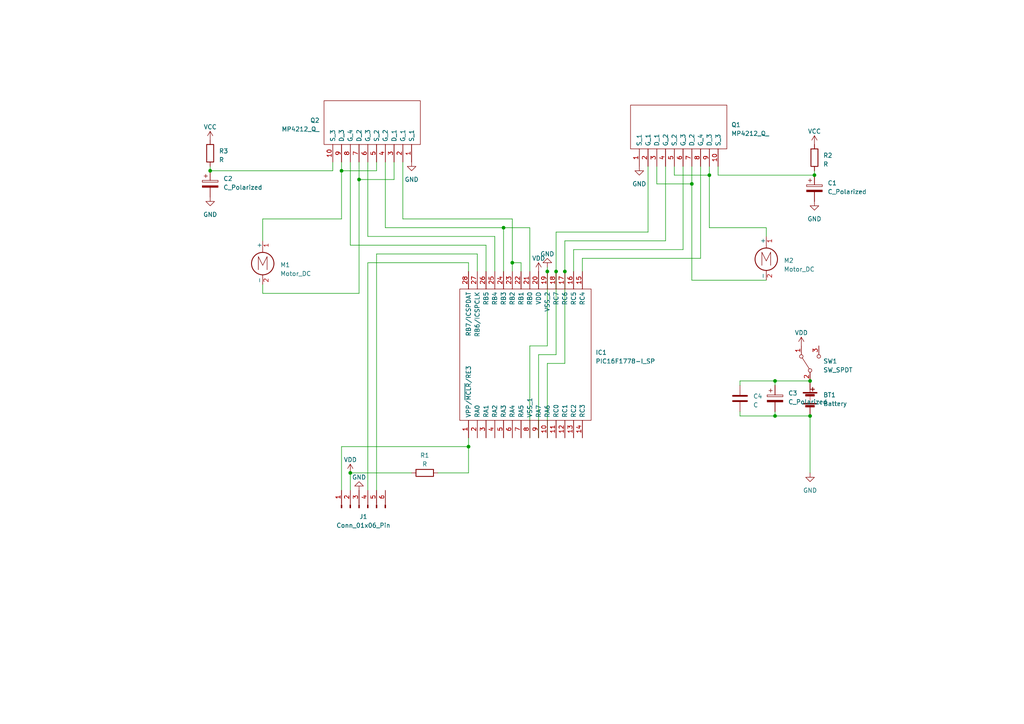
<source format=kicad_sch>
(kicad_sch (version 20230121) (generator eeschema)
  (paper "A4")
  (lib_symbols
    (symbol "Connector:Conn_01x06_Pin" (pin_names (offset 1.016) hide)
      (property "Reference" "J" (at 0 7.62 0))
      (property "Value" "Conn_01x06_Pin" (at 0 -10.16 0))
      (symbol "Conn_01x06_Pin_1_1"
        (polyline (pts (xy 1.27 -7.62) (xy 0.8636 -7.62)) (stroke (width 0.1524)))
        (polyline (pts (xy 1.27 -5.08) (xy 0.8636 -5.08)) (stroke (width 0.1524)))
        (polyline (pts (xy 1.27 -2.54) (xy 0.8636 -2.54)) (stroke (width 0.1524)))
        (polyline (pts (xy 1.27 0) (xy 0.8636 0)) (stroke (width 0.1524)))
        (polyline (pts (xy 1.27 2.54) (xy 0.8636 2.54)) (stroke (width 0.1524)))
        (polyline (pts (xy 1.27 5.08) (xy 0.8636 5.08)) (stroke (width 0.1524)))
        (rectangle (start 0.8636 -7.493) (end 0 -7.747) (stroke (width 0.1524)) (fill (type outline)))
        (rectangle (start 0.8636 -4.953) (end 0 -5.207) (stroke (width 0.1524)) (fill (type outline)))
        (rectangle (start 0.8636 -2.413) (end 0 -2.667) (stroke (width 0.1524)) (fill (type outline)))
        (rectangle (start 0.8636 0.127) (end 0 -0.127) (stroke (width 0.1524)) (fill (type outline)))
        (rectangle (start 0.8636 2.667) (end 0 2.413) (stroke (width 0.1524)) (fill (type outline)))
        (rectangle (start 0.8636 5.207) (end 0 4.953) (stroke (width 0.1524)) (fill (type outline)))
        (pin passive line (at 5.08 5.08 180) (length 3.81) (name "Pin_1") (number "1"))
        (pin passive line (at 5.08 2.54 180) (length 3.81) (name "Pin_2") (number "2"))
        (pin passive line (at 5.08 0 180) (length 3.81) (name "Pin_3") (number "3"))
        (pin passive line (at 5.08 -2.54 180) (length 3.81) (name "Pin_4") (number "4"))
        (pin passive line (at 5.08 -5.08 180) (length 3.81) (name "Pin_5") (number "5"))
        (pin passive line (at 5.08 -7.62 180) (length 3.81) (name "Pin_6") (number "6"))
      )
    )
    (symbol "Device:Battery" (pin_numbers hide) (pin_names (offset 0) hide)
      (property "Reference" "BT" (at 2.54 2.54 0))
      (property "Value" "Battery" (at 2.54 0 0))
      (symbol "Battery_0_1"
        (rectangle (start -2.032 -1.397) (end 2.032 -1.651) (fill (type outline)))
        (rectangle (start -2.032 1.778) (end 2.032 1.524) (fill (type outline)))
        (rectangle (start -1.3208 -1.9812) (end 1.27 -2.4892) (fill (type outline)))
        (rectangle (start -1.3208 1.1938) (end 1.27 0.6858) (fill (type outline)))
        (polyline (pts (xy 0 -1.524) (xy 0 -1.27)))
        (polyline (pts (xy 0 -1.016) (xy 0 -0.762)))
        (polyline (pts (xy 0 -0.508) (xy 0 -0.254)))
        (polyline (pts (xy 0 0) (xy 0 0.254)))
        (polyline (pts (xy 0 0.508) (xy 0 0.762)))
        (polyline (pts (xy 0 1.778) (xy 0 2.54)))
        (polyline (pts (xy 0.254 2.667) (xy 1.27 2.667)) (stroke (width 0.254)))
        (polyline (pts (xy 0.762 3.175) (xy 0.762 2.159)) (stroke (width 0.254)))
      )
      (symbol "Battery_1_1"
        (pin passive line (at 0 5.08 270) (length 2.54) (name "+") (number "1"))
        (pin passive line (at 0 -5.08 90) (length 2.54) (name "-") (number "2"))
      )
    )
    (symbol "Device:C" (pin_numbers hide) (pin_names (offset 0.254))
      (property "Reference" "C" (at 0.635 2.54 0))
      (property "Value" "C" (at 0.635 -2.54 0))
      (symbol "C_0_1"
        (polyline (pts (xy -2.032 -0.762) (xy 2.032 -0.762)) (stroke (width 0.508)))
        (polyline (pts (xy -2.032 0.762) (xy 2.032 0.762)) (stroke (width 0.508)))
      )
      (symbol "C_1_1"
        (pin passive line (at 0 3.81 270) (length 2.794) (name "~") (number "1"))
        (pin passive line (at 0 -3.81 90) (length 2.794) (name "~") (number "2"))
      )
    )
    (symbol "Device:C_Polarized" (pin_numbers hide) (pin_names (offset 0.254))
      (property "Reference" "C" (at 0.635 2.54 0))
      (property "Value" "C_Polarized" (at 0.635 -2.54 0))
      (symbol "C_Polarized_0_1"
        (rectangle (start -2.286 0.508) (end 2.286 1.016))
        (polyline (pts (xy -1.778 2.286) (xy -0.762 2.286)))
        (polyline (pts (xy -1.27 2.794) (xy -1.27 1.778)))
        (rectangle (start 2.286 -0.508) (end -2.286 -1.016) (fill (type outline)))
      )
      (symbol "C_Polarized_1_1"
        (pin passive line (at 0 3.81 270) (length 2.794) (name "~") (number "1"))
        (pin passive line (at 0 -3.81 90) (length 2.794) (name "~") (number "2"))
      )
    )
    (symbol "Device:R" (pin_numbers hide) (pin_names (offset 0))
      (property "Reference" "R" (at 2.032 0 90))
      (property "Value" "R" (at 0 0 90))
      (symbol "R_0_1"
        (rectangle (start -1.016 -2.54) (end 1.016 2.54) (stroke (width 0.254)))
      )
      (symbol "R_1_1"
        (pin passive line (at 0 3.81 270) (length 1.27) (name "~") (number "1"))
        (pin passive line (at 0 -3.81 90) (length 1.27) (name "~") (number "2"))
      )
    )
    (symbol "Motor:Motor_DC" (pin_names (offset 0))
      (property "Reference" "M" (at 2.54 2.54 0))
      (property "Value" "Motor_DC" (at 2.54 -5.08 0))
      (symbol "Motor_DC_0_0"
        (polyline (pts (xy -1.27 -3.302) (xy -1.27 0.508) (xy 0 -2.032) (xy 1.27 0.508) (xy 1.27 -3.302)))
      )
      (symbol "Motor_DC_0_1"
        (circle (center 0 -1.524) (radius 3.2512) (stroke (width 0.254)))
        (polyline (pts (xy 0 -7.62) (xy 0 -7.112)))
        (polyline (pts (xy 0 -4.7752) (xy 0 -5.1816)))
        (polyline (pts (xy 0 1.7272) (xy 0 2.0828)))
        (polyline (pts (xy 0 2.032) (xy 0 2.54)))
      )
      (symbol "Motor_DC_1_1"
        (pin passive line (at 0 5.08 270) (length 2.54) (name "+") (number "1"))
        (pin passive line (at 0 -7.62 90) (length 2.54) (name "-") (number "2"))
      )
    )
    (symbol "Samacsys:MP4212_Q_" (pin_names (offset 0.762))
      (property "Reference" "Q" (at 19.05 7.62 0))
      (property "Value" "MP4212_Q_" (at 19.05 5.08 0))
      (symbol "MP4212_Q__0_0"
        (pin passive line (at 0 0 0) (length 5.08) (name "S_1") (number "1"))
        (pin passive line (at 0 -22.86 0) (length 5.08) (name "S_3") (number "10"))
        (pin passive line (at 0 -2.54 0) (length 5.08) (name "G_1") (number "2"))
        (pin passive line (at 0 -5.08 0) (length 5.08) (name "D_1") (number "3"))
        (pin passive line (at 0 -7.62 0) (length 5.08) (name "G_2") (number "4"))
        (pin passive line (at 0 -10.16 0) (length 5.08) (name "S_2") (number "5"))
        (pin passive line (at 0 -12.7 0) (length 5.08) (name "G_3") (number "6"))
        (pin passive line (at 0 -15.24 0) (length 5.08) (name "D_2") (number "7"))
        (pin passive line (at 0 -17.78 0) (length 5.08) (name "G_4") (number "8"))
        (pin passive line (at 0 -20.32 0) (length 5.08) (name "D_3") (number "9"))
      )
      (symbol "MP4212_Q__0_1"
        (polyline (pts (xy 5.08 2.54) (xy 17.78 2.54) (xy 17.78 -25.4) (xy 5.08 -25.4) (xy 5.08 2.54)) (stroke (width 0.1524)))
      )
    )
    (symbol "Samacsys:PIC16F1778-I_SP" (pin_names (offset 0.762))
      (property "Reference" "IC" (at 44.45 7.62 0))
      (property "Value" "PIC16F1778-I_SP" (at 44.45 5.08 0))
      (symbol "PIC16F1778-I_SP_0_0"
        (pin passive line (at 0 0 0) (length 5.08) (name "VPP/~{MCLR}/RE3") (number "1"))
        (pin passive line (at 0 -22.86 0) (length 5.08) (name "RA6") (number "10"))
        (pin passive line (at 0 -25.4 0) (length 5.08) (name "RC0") (number "11"))
        (pin passive line (at 0 -27.94 0) (length 5.08) (name "RC1") (number "12"))
        (pin passive line (at 0 -30.48 0) (length 5.08) (name "RC2") (number "13"))
        (pin passive line (at 0 -33.02 0) (length 5.08) (name "RC3") (number "14"))
        (pin passive line (at 48.26 -33.02 180) (length 5.08) (name "RC4") (number "15"))
        (pin passive line (at 48.26 -30.48 180) (length 5.08) (name "RC5") (number "16"))
        (pin passive line (at 48.26 -27.94 180) (length 5.08) (name "RC6") (number "17"))
        (pin passive line (at 48.26 -25.4 180) (length 5.08) (name "RC7") (number "18"))
        (pin passive line (at 48.26 -22.86 180) (length 5.08) (name "VSS_2") (number "19"))
        (pin passive line (at 0 -2.54 0) (length 5.08) (name "RA0") (number "2"))
        (pin passive line (at 48.26 -20.32 180) (length 5.08) (name "VDD") (number "20"))
        (pin passive line (at 48.26 -17.78 180) (length 5.08) (name "RB0") (number "21"))
        (pin passive line (at 48.26 -15.24 180) (length 5.08) (name "RB1") (number "22"))
        (pin passive line (at 48.26 -12.7 180) (length 5.08) (name "RB2") (number "23"))
        (pin passive line (at 48.26 -10.16 180) (length 5.08) (name "RB3") (number "24"))
        (pin passive line (at 48.26 -7.62 180) (length 5.08) (name "RB4") (number "25"))
        (pin passive line (at 48.26 -5.08 180) (length 5.08) (name "RB5") (number "26"))
        (pin passive line (at 48.26 -2.54 180) (length 5.08) (name "RB6/ICSPCLK") (number "27"))
        (pin passive line (at 48.26 0 180) (length 5.08) (name "RB7/ICSPDAT") (number "28"))
        (pin passive line (at 0 -5.08 0) (length 5.08) (name "RA1") (number "3"))
        (pin passive line (at 0 -7.62 0) (length 5.08) (name "RA2") (number "4"))
        (pin passive line (at 0 -10.16 0) (length 5.08) (name "RA3") (number "5"))
        (pin passive line (at 0 -12.7 0) (length 5.08) (name "RA4") (number "6"))
        (pin passive line (at 0 -15.24 0) (length 5.08) (name "RA5") (number "7"))
        (pin passive line (at 0 -17.78 0) (length 5.08) (name "VSS_1") (number "8"))
        (pin passive line (at 0 -20.32 0) (length 5.08) (name "RA7") (number "9"))
      )
      (symbol "PIC16F1778-I_SP_0_1"
        (polyline (pts (xy 5.08 2.54) (xy 43.18 2.54) (xy 43.18 -35.56) (xy 5.08 -35.56) (xy 5.08 2.54)) (stroke (width 0.1524)))
      )
    )
    (symbol "Switch:SW_SPDT" (pin_names (offset 0) hide)
      (property "Reference" "SW" (at 0 4.318 0))
      (property "Value" "SW_SPDT" (at 0 -5.08 0))
      (symbol "SW_SPDT_0_0"
        (circle (center -2.032 0) (radius 0.508))
        (circle (center 2.032 -2.54) (radius 0.508))
      )
      (symbol "SW_SPDT_0_1"
        (polyline (pts (xy -1.524 0.254) (xy 1.651 2.286)))
        (circle (center 2.032 2.54) (radius 0.508))
      )
      (symbol "SW_SPDT_1_1"
        (pin passive line (at 5.08 2.54 180) (length 2.54) (name "A") (number "1"))
        (pin passive line (at -5.08 0 0) (length 2.54) (name "B") (number "2"))
        (pin passive line (at 5.08 -2.54 180) (length 2.54) (name "C") (number "3"))
      )
    )
    (symbol "power:GND" (power) (pin_names (offset 0))
      (property "Value" "GND" (at 0 -3.81 0))
      (symbol "GND_0_1"
        (polyline (pts (xy 0 0) (xy 0 -1.27) (xy 1.27 -1.27) (xy 0 -2.54) (xy -1.27 -1.27) (xy 0 -1.27)))
      )
      (symbol "GND_1_1"
        (pin power_in line (at 0 0 270) (length 0) hide (name "GND") (number "1"))
      )
    )
    (symbol "power:VCC" (power) (pin_names (offset 0))
      (property "Value" "VCC" (at 0 3.81 0))
      (symbol "VCC_0_1"
        (polyline (pts (xy -0.762 1.27) (xy 0 2.54)))
        (polyline (pts (xy 0 0) (xy 0 2.54)))
        (polyline (pts (xy 0 2.54) (xy 0.762 1.27)))
      )
      (symbol "VCC_1_1"
        (pin power_in line (at 0 0 90) (length 0) hide (name "VCC") (number "1"))
      )
    )
    (symbol "power:VDD" (power) (pin_names (offset 0))
      (property "Value" "VDD" (at 0 3.81 0))
      (symbol "VDD_0_1"
        (polyline (pts (xy -0.762 1.27) (xy 0 2.54)))
        (polyline (pts (xy 0 0) (xy 0 2.54)))
        (polyline (pts (xy 0 2.54) (xy 0.762 1.27)))
      )
      (symbol "VDD_1_1"
        (pin power_in line (at 0 0 90) (length 0) hide (name "VDD") (number "1"))
      )
    )
  )
  (junction (at 146.05 66.04))
  (junction (at 101.6 137.16))
  (junction (at 99.06 49.53))
  (junction (at 200.66 53.34))
  (junction (at 205.74 50.8))
  (junction (at 236.22 50.8))
  (junction (at 135.89 129.54))
  (junction (at 234.95 120.65))
  (junction (at 224.79 120.65))
  (junction (at 163.83 78.74))
  (junction (at 158.75 78.74))
  (junction (at 148.59 76.2))
  (junction (at 161.29 78.74))
  (junction (at 60.96 49.53))
  (junction (at 104.14 52.07))
  (junction (at 224.79 110.49))
  (junction (at 234.95 110.49))
  (wire (pts (xy 163.83 69.85) (xy 193.04 69.85)))
  (wire (pts (xy 116.84 63.5) (xy 148.59 63.5)))
  (wire (pts (xy 168.91 74.93) (xy 168.91 78.74)))
  (wire (pts (xy 148.59 76.2) (xy 148.59 78.74)))
  (wire (pts (xy 187.96 67.31) (xy 161.29 67.31)))
  (wire (pts (xy 163.83 78.74) (xy 163.83 105.41)))
  (wire (pts (xy 135.89 76.2) (xy 106.68 76.2)))
  (wire (pts (xy 99.06 129.54) (xy 99.06 142.24)))
  (wire (pts (xy 135.89 137.16) (xy 135.89 129.54)))
  (wire (pts (xy 104.14 85.09) (xy 76.2 85.09)))
  (wire (pts (xy 208.28 50.8) (xy 208.28 48.26)))
  (wire (pts (xy 99.06 49.53) (xy 99.06 46.99)))
  (wire (pts (xy 156.21 102.87) (xy 156.21 127)))
  (wire (pts (xy 222.25 66.04) (xy 205.74 66.04)))
  (wire (pts (xy 109.22 73.66) (xy 138.43 73.66)))
  (wire (pts (xy 161.29 102.87) (xy 156.21 102.87)))
  (wire (pts (xy 224.79 120.65) (xy 234.95 120.65)))
  (wire (pts (xy 224.79 110.49) (xy 224.79 111.76)))
  (wire (pts (xy 148.59 76.2) (xy 148.59 63.5)))
  (wire (pts (xy 153.67 66.04) (xy 153.67 78.74)))
  (wire (pts (xy 205.74 50.8) (xy 205.74 48.26)))
  (wire (pts (xy 96.52 49.53) (xy 96.52 46.99)))
  (wire (pts (xy 214.63 120.65) (xy 224.79 120.65)))
  (wire (pts (xy 198.12 48.26) (xy 198.12 72.39)))
  (wire (pts (xy 214.63 110.49) (xy 214.63 111.76)))
  (wire (pts (xy 166.37 72.39) (xy 166.37 78.74)))
  (wire (pts (xy 236.22 50.8) (xy 208.28 50.8)))
  (wire (pts (xy 187.96 48.26) (xy 187.96 67.31)))
  (wire (pts (xy 143.51 68.58) (xy 143.51 78.74)))
  (wire (pts (xy 161.29 78.74) (xy 161.29 102.87)))
  (wire (pts (xy 203.2 48.26) (xy 203.2 74.93)))
  (wire (pts (xy 205.74 66.04) (xy 205.74 50.8)))
  (wire (pts (xy 60.96 48.26) (xy 60.96 49.53)))
  (wire (pts (xy 153.67 100.33) (xy 153.67 127)))
  (wire (pts (xy 158.75 127) (xy 158.75 105.41)))
  (wire (pts (xy 200.66 53.34) (xy 200.66 81.28)))
  (wire (pts (xy 200.66 81.28) (xy 222.25 81.28)))
  (wire (pts (xy 198.12 72.39) (xy 166.37 72.39)))
  (wire (pts (xy 109.22 46.99) (xy 109.22 49.53)))
  (wire (pts (xy 104.14 52.07) (xy 104.14 85.09)))
  (wire (pts (xy 114.3 52.07) (xy 104.14 52.07)))
  (wire (pts (xy 153.67 100.33) (xy 158.75 100.33)))
  (wire (pts (xy 135.89 127) (xy 135.89 129.54)))
  (wire (pts (xy 195.58 50.8) (xy 205.74 50.8)))
  (wire (pts (xy 99.06 63.5) (xy 99.06 49.53)))
  (wire (pts (xy 106.68 68.58) (xy 143.51 68.58)))
  (wire (pts (xy 190.5 53.34) (xy 200.66 53.34)))
  (wire (pts (xy 76.2 69.85) (xy 76.2 63.5)))
  (wire (pts (xy 190.5 48.26) (xy 190.5 53.34)))
  (wire (pts (xy 109.22 49.53) (xy 99.06 49.53)))
  (wire (pts (xy 234.95 137.16) (xy 234.95 120.65)))
  (wire (pts (xy 153.67 66.04) (xy 146.05 66.04)))
  (wire (pts (xy 60.96 49.53) (xy 96.52 49.53)))
  (wire (pts (xy 200.66 48.26) (xy 200.66 53.34)))
  (wire (pts (xy 76.2 63.5) (xy 99.06 63.5)))
  (wire (pts (xy 146.05 66.04) (xy 146.05 78.74)))
  (wire (pts (xy 195.58 48.26) (xy 195.58 50.8)))
  (wire (pts (xy 111.76 66.04) (xy 111.76 46.99)))
  (wire (pts (xy 224.79 110.49) (xy 234.95 110.49)))
  (wire (pts (xy 158.75 100.33) (xy 158.75 78.74)))
  (wire (pts (xy 140.97 78.74) (xy 140.97 71.12)))
  (wire (pts (xy 158.75 105.41) (xy 163.83 105.41)))
  (wire (pts (xy 135.89 76.2) (xy 135.89 78.74)))
  (wire (pts (xy 106.68 46.99) (xy 106.68 68.58)))
  (wire (pts (xy 101.6 137.16) (xy 101.6 142.24)))
  (wire (pts (xy 148.59 76.2) (xy 151.13 76.2)))
  (wire (pts (xy 106.68 76.2) (xy 106.68 142.24)))
  (wire (pts (xy 135.89 129.54) (xy 99.06 129.54)))
  (wire (pts (xy 214.63 119.38) (xy 214.63 120.65)))
  (wire (pts (xy 138.43 73.66) (xy 138.43 78.74)))
  (wire (pts (xy 119.38 137.16) (xy 101.6 137.16)))
  (wire (pts (xy 111.76 66.04) (xy 146.05 66.04)))
  (wire (pts (xy 116.84 46.99) (xy 116.84 63.5)))
  (wire (pts (xy 163.83 69.85) (xy 163.83 78.74)))
  (wire (pts (xy 109.22 73.66) (xy 109.22 142.24)))
  (wire (pts (xy 203.2 74.93) (xy 168.91 74.93)))
  (wire (pts (xy 101.6 71.12) (xy 140.97 71.12)))
  (wire (pts (xy 222.25 68.58) (xy 222.25 66.04)))
  (wire (pts (xy 114.3 46.99) (xy 114.3 52.07)))
  (wire (pts (xy 104.14 46.99) (xy 104.14 52.07)))
  (wire (pts (xy 158.75 77.47) (xy 158.75 78.74)))
  (wire (pts (xy 161.29 67.31) (xy 161.29 78.74)))
  (wire (pts (xy 224.79 119.38) (xy 224.79 120.65)))
  (wire (pts (xy 127 137.16) (xy 135.89 137.16)))
  (wire (pts (xy 214.63 110.49) (xy 224.79 110.49)))
  (wire (pts (xy 193.04 69.85) (xy 193.04 48.26)))
  (wire (pts (xy 236.22 49.53) (xy 236.22 50.8)))
  (wire (pts (xy 151.13 76.2) (xy 151.13 78.74)))
  (wire (pts (xy 76.2 85.09) (xy 76.2 82.55)))
  (wire (pts (xy 101.6 71.12) (xy 101.6 46.99)))
  (symbol (lib_id "power:GND") (at 236.22 58.42 0) (unit 1)
    (property "Reference" "#PWR08" (effects hide))
    (property "Value" "GND" (at 236.22 63.5 0))
  )
  (symbol (lib_id "Device:R") (at 236.22 45.72 0) (unit 1)
    (property "Reference" "R2" (at 238.76 45.085 0) (effects (justify left)))
    (property "Value" "R" (at 238.76 47.625 0) (effects (justify left)))
  )
  (symbol (lib_id "Samacsys:MP4212_Q_") (at 185.42 48.26 90) (unit 1)
    (property "Reference" "Q1" (at 212.09 36.195 90) (effects (justify right)))
    (property "Value" "MP4212_Q_" (at 212.09 38.735 90) (effects (justify right)))
    (property "Footprint" "Samacsys:MP4212Q" (effects hide))
    (property "Datasheet" "https://toshiba-semicon-storage.com/info/docget.jsp?did=15989&prodName=MP4212" (effects hide))
    (property "Description" "Quad N/P-Channel MOSFET Module, 5 A, 60 V, 10-Pin SIP" (effects hide))
    (property "Height" "9.2" (effects hide))
    (property "Manufacturer_Name" "Toshiba" (effects hide))
    (property "Manufacturer_Part_Number" "MP4212(Q)" (effects hide))
    (property "Mouser Part Number" "N/A" (effects hide))
    (property "Mouser Price/Stock" "https://www.mouser.com/Search/Refine.aspx?Keyword=N%2FA" (effects hide))
  )
  (symbol (lib_id "Motor:Motor_DC") (at 76.2 74.93 0) (unit 1)
    (property "Reference" "M1" (at 81.28 76.835 0) (effects (justify left)))
    (property "Value" "Motor_DC" (at 81.28 79.375 0) (effects (justify left)))
  )
  (symbol (lib_id "power:GND") (at 185.42 48.26 0) (unit 1)
    (property "Reference" "#PWR012" (effects hide))
    (property "Value" "GND" (at 185.42 53.34 0))
  )
  (symbol (lib_id "Device:C_Polarized") (at 236.22 54.61 0) (unit 1)
    (property "Reference" "C1" (at 240.03 53.086 0) (effects (justify left)))
    (property "Value" "C_Polarized" (at 240.03 55.626 0) (effects (justify left)))
  )
  (symbol (lib_id "power:GND") (at 234.95 137.16 0) (unit 1)
    (property "Reference" "#PWR07" (effects hide))
    (property "Value" "GND" (at 234.95 142.24 0))
  )
  (symbol (lib_id "Device:C") (at 214.63 115.57 0) (unit 1)
    (property "Reference" "C4" (at 218.44 114.935 0) (effects (justify left)))
    (property "Value" "C" (at 218.44 117.475 0) (effects (justify left)))
  )
  (symbol (lib_id "Device:C_Polarized") (at 60.96 53.34 0) (unit 1)
    (property "Reference" "C2" (at 64.77 51.816 0) (effects (justify left)))
    (property "Value" "C_Polarized" (at 64.77 54.356 0) (effects (justify left)))
  )
  (symbol (lib_id "power:VDD") (at 101.6 137.16 0) (unit 1)
    (property "Reference" "#PWR05" (effects hide))
    (property "Value" "VDD" (at 101.6 133.35 0))
  )
  (symbol (lib_id "Device:R") (at 123.19 137.16 90) (unit 1)
    (property "Reference" "R1" (at 123.19 132.08 90))
    (property "Value" "R" (at 123.19 134.62 90))
  )
  (symbol (lib_id "power:GND") (at 60.96 57.15 0) (unit 1)
    (property "Reference" "#PWR010" (effects hide))
    (property "Value" "GND" (at 60.96 62.23 0))
  )
  (symbol (lib_id "power:VCC") (at 60.96 40.64 0) (unit 1)
    (property "Reference" "#PWR09" (effects hide))
    (property "Value" "VCC" (at 60.96 36.83 0))
  )
  (symbol (lib_id "Device:R") (at 60.96 44.45 0) (unit 1)
    (property "Reference" "R3" (at 63.5 43.815 0) (effects (justify left)))
    (property "Value" "R" (at 63.5 46.355 0) (effects (justify left)))
  )
  (symbol (lib_id "Samacsys:PIC16F1778-I_SP") (at 135.89 127 90) (unit 1)
    (property "Reference" "IC1" (at 172.72 102.235 90) (effects (justify right)))
    (property "Value" "PIC16F1778-I_SP" (at 172.72 104.775 90) (effects (justify right)))
    (property "Footprint" "Samacsys:DIP794W56P254L3486H508Q28N" (effects hide))
    (property "Datasheet" "http://ww1.microchip.com/downloads/en/DeviceDoc/40001819B.pdf" (effects hide))
    (property "Description" "Microchip PIC16F1778-I/SP, 8bit PIC Microcontroller, 32MHz, 28 kB Flash, 28-Pin SPDIP" (effects hide))
    (property "Height" "5.08" (effects hide))
    (property "Manufacturer_Name" "Microchip" (effects hide))
    (property "Manufacturer_Part_Number" "PIC16F1778-I/SP" (effects hide))
    (property "Mouser Part Number" "579-PIC16F1778-I/SP" (effects hide))
    (property "Mouser Price/Stock" "https://www.mouser.co.uk/ProductDetail/Microchip-Technology/PIC16F1778-I-SP?qs=BA62vJVifGpNhiE%2FG8an3w%3D%3D" (effects hide))
    (property "Arrow Part Number" "PIC16F1778-I/SP" (effects hide))
    (property "Arrow Price/Stock" "https://www.arrow.com/en/products/pic16f1778-isp/microchip-technology?region=nac" (effects hide))
  )
  (symbol (lib_id "Connector:Conn_01x06_Pin") (at 104.14 147.32 90) (unit 1)
    (property "Reference" "J1" (at 105.41 149.86 90))
    (property "Value" "Conn_01x06_Pin" (at 105.41 152.4 90))
  )
  (symbol (lib_id "power:VDD") (at 156.21 78.74 0) (unit 1)
    (property "Reference" "#PWR02" (effects hide))
    (property "Value" "VDD" (at 156.21 74.93 0))
  )
  (symbol (lib_id "power:GND") (at 119.38 46.99 0) (unit 1)
    (property "Reference" "#PWR011" (effects hide))
    (property "Value" "GND" (at 119.38 52.07 0))
  )
  (symbol (lib_id "power:GND") (at 104.14 142.24 180) (unit 1)
    (property "Reference" "#PWR04" (effects hide))
    (property "Value" "GND" (at 104.14 138.43 0))
  )
  (symbol (lib_id "Switch:SW_SPDT") (at 234.95 105.41 90) (unit 1)
    (property "Reference" "SW1" (at 238.76 104.775 90) (effects (justify right)))
    (property "Value" "SW_SPDT" (at 238.76 107.315 90) (effects (justify right)))
  )
  (symbol (lib_id "Device:C_Polarized") (at 224.79 115.57 0) (unit 1)
    (property "Reference" "C3" (at 228.6 114.046 0) (effects (justify left)))
    (property "Value" "C_Polarized" (at 228.6 116.586 0) (effects (justify left)))
  )
  (symbol (lib_id "Motor:Motor_DC") (at 222.25 73.66 0) (unit 1)
    (property "Reference" "M2" (at 227.33 75.565 0) (effects (justify left)))
    (property "Value" "Motor_DC" (at 227.33 78.105 0) (effects (justify left)))
  )
  (symbol (lib_id "Samacsys:MP4212_Q_") (at 119.38 46.99 270) (mirror x) (unit 1)
    (property "Reference" "Q2" (at 92.71 34.925 90) (effects (justify right)))
    (property "Value" "MP4212_Q_" (at 92.71 37.465 90) (effects (justify right)))
    (property "Footprint" "Samacsys:MP4212Q" (effects hide))
    (property "Datasheet" "https://toshiba-semicon-storage.com/info/docget.jsp?did=15989&prodName=MP4212" (effects hide))
    (property "Description" "Quad N/P-Channel MOSFET Module, 5 A, 60 V, 10-Pin SIP" (effects hide))
    (property "Height" "9.2" (effects hide))
    (property "Manufacturer_Name" "Toshiba" (effects hide))
    (property "Manufacturer_Part_Number" "MP4212(Q)" (effects hide))
    (property "Mouser Part Number" "N/A" (effects hide))
    (property "Mouser Price/Stock" "https://www.mouser.com/Search/Refine.aspx?Keyword=N%2FA" (effects hide))
  )
  (symbol (lib_id "power:VCC") (at 236.22 41.91 0) (unit 1)
    (property "Reference" "#PWR03" (effects hide))
    (property "Value" "VCC" (at 236.22 38.1 0))
  )
  (symbol (lib_id "power:VDD") (at 232.41 100.33 0) (unit 1)
    (property "Reference" "#PWR06" (effects hide))
    (property "Value" "VDD" (at 232.41 96.52 0))
  )
  (symbol (lib_id "power:GND") (at 158.75 77.47 180) (unit 1)
    (property "Reference" "#PWR01" (effects hide))
    (property "Value" "GND" (at 158.75 73.66 0))
  )
  (symbol (lib_id "Device:Battery") (at 234.95 115.57 0) (unit 1)
    (property "Reference" "BT1" (at 238.76 114.554 0) (effects (justify left)))
    (property "Value" "Battery" (at 238.76 117.094 0) (effects (justify left)))
  )
)
</source>
